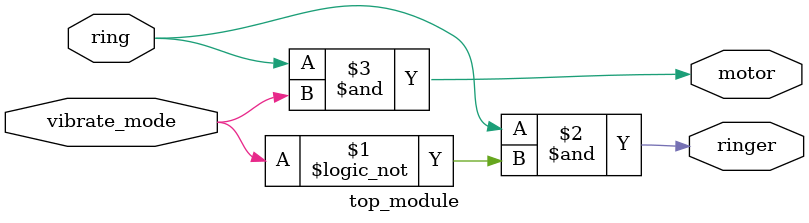
<source format=sv>
module top_module(
    input ring,
    input vibrate_mode,
    output ringer,
    output motor
);
    // Control logic for ringer
    assign ringer = ring & !vibrate_mode;

    // Control logic for motor
    assign motor = ring & vibrate_mode;
endmodule

</source>
